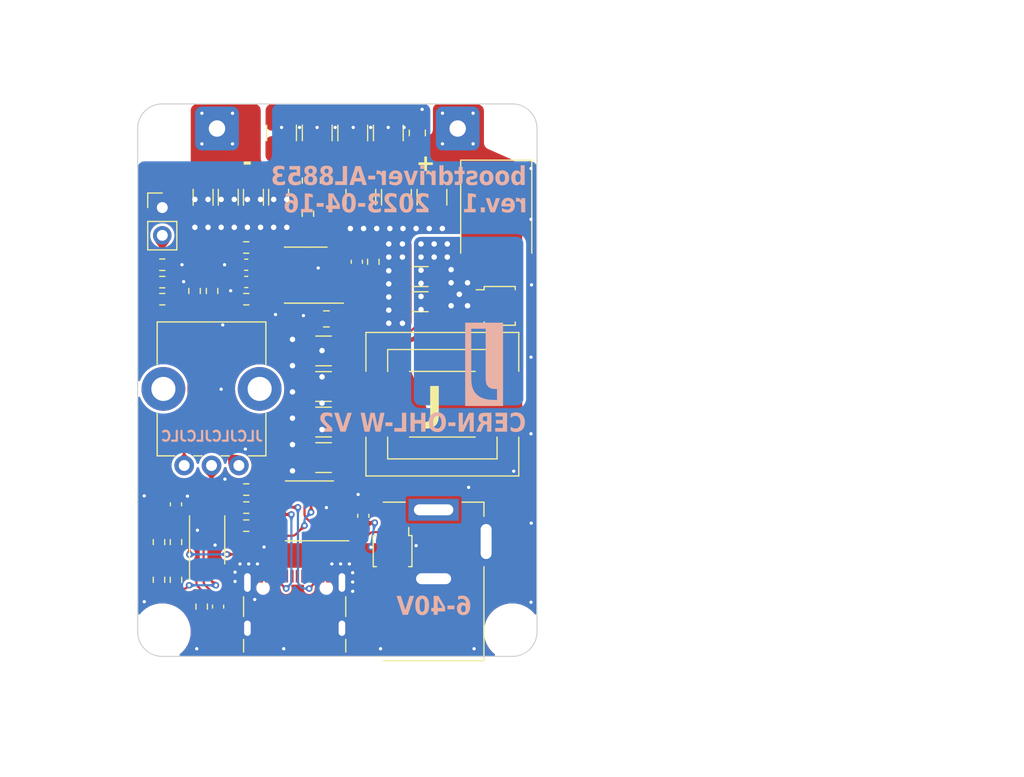
<source format=kicad_pcb>
(kicad_pcb (version 20221018) (generator pcbnew)
  (title_block (title "boostdriver-al8853") (rev "1"))
  (layers (0 "F.Cu" signal) (31 "B.Cu" signal) (34 "B.Paste" user) (35 "F.Paste" user) (36 "B.SilkS" user "B.Silkscreen") (37 "F.SilkS" user "F.Silkscreen") (38 "B.Mask" user) (39 "F.Mask" user) (44 "Edge.Cuts" user))
  (net 0 "")
  (net 1 "/VIN_DRV")
  (net 2 "GND")
  (net 3 "/LED+")
  (net 4 "Net-(U101-CS)")
  (net 5 "Net-(U101-COMP)")
  (net 6 "/LX")
  (net 7 "/LED-")
  (net 8 "/OVP")
  (net 9 "/PWM_IN")
  (net 10 "/CS")
  (net 11 "Net-(U301A--)")
  (net 12 "Net-(J202-CC1)")
  (net 16 "Net-(J202-CC2)")
  (net 20 "Net-(R101-Pad1)")
  (net 21 "Net-(U201-SEL)")
  (net 22 "Net-(U301A-+)")
  (net 23 "Net-(R303-Pad2)")
  (net 24 "Net-(R306-Pad2)")
  (net 25 "/GATE")
  (net 26 "/FB")
  (net 27 "Net-(R307-Pad1)")
  (net 28 "Net-(U301B-+)")
  (net 29 "Net-(Q201-D)")
  (net 39 "Net-(Q201-G)")
  (net 40 "/pwm_generator/PWM")
  (footprint "Resistor_SMD:R_1206_3216Metric" (layer "F.Cu") (at 146.630001 70.28 -90)
    (fp_text reference "R107" hide)
    (fp_text value "0.3")
  )
  (footprint "Capacitor_SMD:C_0603_1608Metric" (layer "F.Cu") (at 137.25 98.35 90)
    (fp_text reference "C301" hide)
    (fp_text value "100n")
  )
  (footprint "Resistor_SMD:R_0603_1608Metric" (layer "F.Cu") (at 136 79.6 180)
    (fp_text reference "R115" hide)
    (fp_text value "0")
  )
  (footprint "Custom:MountingHole_2.2mm_M2_Mask" (layer "F.Cu") (at 168 110)
    (fp_text reference "H104" hide)
    (fp_text value "MountingHole")
  )
  (footprint "Package_TO_SOT_SMD:LFPAK33" (layer "F.Cu") (at 166.64 80.21)
    (fp_text reference "Q101" hide)
    (fp_text value "DMT10H015LFG-7")
  )
  (footprint "Resistor_SMD:R_1206_3216Metric" (layer "F.Cu") (at 139.730001 70.28 -90)
    (fp_text reference "R104" hide)
    (fp_text value "0.3")
  )
  (footprint "Resistor_SMD:R_0603_1608Metric" (layer "F.Cu") (at 143.675 100.3 180)
    (fp_text reference "R202" hide)
    (fp_text value "5.1k")
  )
  (footprint "Resistor_SMD:R_0603_1608Metric" (layer "F.Cu") (at 135.7 101.8 -90)
    (fp_text reference "R301" hide)
    (fp_text value "31.6k")
  )
  (footprint "Resistor_SMD:R_0603_1608Metric" (layer "F.Cu") (at 140.55 78.85 -90)
    (fp_text reference "R306" hide)
    (fp_text value "31.6k")
  )
  (footprint "Resistor_SMD:R_1206_3216Metric" (layer "F.Cu") (at 159.570001 79.830002 180)
    (fp_text reference "R111" hide)
    (fp_text value "0.02")
  )
  (footprint "Diode_SMD:D_SMC" (layer "F.Cu") (at 166.525 71.8 -90)
    (fp_text reference "D101" hide)
    (fp_text value "SS310")
  )
  (footprint "Resistor_SMD:R_1206_3216Metric" (layer "F.Cu") (at 142.030001 70.280001 -90)
    (fp_text reference "R106" hide)
    (fp_text value "0.3")
  )
  (footprint "Potentiometer_THT:Potentiometer_Bourns_PTV09A-1_Single_Vertical" (layer "F.Cu") (at 143 94.8 90)
    (fp_text reference "RV301" hide)
    (fp_text value "100k")
  )
  (footprint "Resistor_SMD:R_1206_3216Metric" (layer "F.Cu") (at 144.330001 70.280001 -90)
    (fp_text reference "R105" hide)
    (fp_text value "0.3")
  )
  (footprint "Resistor_SMD:R_0603_1608Metric" (layer "F.Cu") (at 143.675 79.6 180)
    (fp_text reference "R109" hide)
    (fp_text value "15k")
  )
  (footprint "Resistor_SMD:R_0603_1608Metric" (layer "F.Cu") (at 149.31 71.795 90)
    (fp_text reference "R102" hide)
    (fp_text value "0")
  )
  (footprint "Resistor_SMD:R_0603_1608Metric" (layer "F.Cu") (at 143.675 98.65 180)
    (fp_text reference "R201" hide)
    (fp_text value "5.1k")
  )
  (footprint "Resistor_SMD:R_0603_1608Metric" (layer "F.Cu") (at 155.29 76.18 90)
    (fp_text reference "R112" hide)
    (fp_text value "0")
  )
  (footprint "Resistor_SMD:R_0603_1608Metric" (layer "F.Cu") (at 136 76.45)
    (fp_text reference "R114" hide)
    (fp_text value "15k")
  )
  (footprint "Capacitor_SMD:C_0603_1608Metric" (layer "F.Cu") (at 154.375 99.4 -90)
    (fp_text reference "C201" hide)
    (fp_text value "1u")
  )
  (footprint "Capacitor_SMD:C_1210_3225Metric" (layer "F.Cu") (at 150.74 94.08 180)
    (fp_text reference "C111" hide)
    (fp_text value "10u")
  )
  (footprint "Capacitor_SMD:C_1210_3225Metric" (layer "F.Cu") (at 156.659999 64.405001 90)
    (fp_text reference "C104" hide)
    (fp_text value "4.7u")
  )
  (footprint "Connector_BarrelJack:BarrelJack_GCT_DCJ200-10-A_Horizontal" (layer "F.Cu") (at 160.8 98.85)
    (fp_text reference "J201" hide)
    (fp_text value "RAPC732X")
  )
  (footprint "Resistor_SMD:R_0603_1608Metric" (layer "F.Cu") (at 139.6 107.7 90)
    (fp_text reference "R304" hide)
    (fp_text value "24.9k")
  )
  (footprint "Custom:L_12mm_multi" (layer "F.Cu") (at 161.6 89.2 180)
    (fp_text reference "L101" hide)
    (fp_text value "22u")
  )
  (footprint "Resistor_SMD:R_0603_1608Metric" (layer "F.Cu") (at 137.25 105.25 90)
    (fp_text reference "R303" hide)
    (fp_text value "24.9k")
  )
  (footprint "Resistor_SMD:R_0603_1608Metric" (layer "F.Cu") (at 135.7 105.25 -90)
    (fp_text reference "R302" hide)
    (fp_text value "31.6k")
  )
  (footprint "Capacitor_SMD:C_0603_1608Metric" (layer "F.Cu") (at 153.78 76.18 90)
    (fp_text reference "C113" hide)
    (fp_text value "-")
  )
  (footprint "Capacitor_SMD:C_1210_3225Metric" (layer "F.Cu") (at 153.409999 64.405001 90)
    (fp_text reference "C103" hide)
    (fp_text value "4.7u")
  )
  (footprint "Capacitor_SMD:C_0603_1608Metric" (layer "F.Cu") (at 143.675 76.45)
    (fp_text reference "C115" hide)
    (fp_text value "0.1u")
  )
  (footprint "Connector_USB:USB_C_Receptacle_GCT_USB4105-xx-A_16P_TopMnt_Horizontal" (layer "F.Cu") (at 148.1 108.6)
    (fp_text reference "J202" hide)
    (fp_text value "USB_C_Receptacle_USB2.0")
  )
  (footprint "Resistor_SMD:R_1206_3216Metric" (layer "F.Cu") (at 159.57 77.530003 180)
    (fp_text reference "R110" hide)
    (fp_text value "-")
  )
  (footprint "Resistor_SMD:R_0603_1608Metric" (layer "F.Cu") (at 137.25 101.8 -90)
    (fp_text reference "R305" hide)
    (fp_text value "2.49k")
  )
  (footprint "Capacitor_SMD:C_0805_2012Metric" (layer "F.Cu") (at 151 81.4 180)
    (fp_text reference "C114" hide)
    (fp_text value "1u")
  )
  (footprint "Package_TO_SOT_SMD:LFPAK33" (layer "F.Cu") (at 157.05 102.425 -90)
    (fp_text reference "Q201" hide)
    (fp_text value "DMT10H015LFG-7")
  )
  (footprint "Resistor_SMD:R_0603_1608Metric" (layer "F.Cu") (at 149.32 68.755 90)
    (fp_text reference "R101" hide)
    (fp_text value "0")
  )
  (footprint "Package_SO:TSSOP-8_4.4x3mm_P0.65mm" (layer "F.Cu") (at 140.1 101.6 90)
    (fp_text reference "U301" hide)
    (fp_text value "LM393APWR")
  )
  (footprint "Resistor_SMD:R_0603_1608Metric" (layer "F.Cu") (at 138.95 78.85 90)
    (fp_text reference "R307" hide)
    (fp_text value "31.6k")
  )
  (footprint "Resistor_SMD:R_0603_1608Metric" (layer "F.Cu") (at 150.98 68.755 -90)
    (fp_text reference "R108" hide)
    (fp_text value "475k")
  )
  (footprint "Custom:SolderWire-4x4" (layer "F.Cu") (at 141 64)
    (fp_text reference "J102" hide)
    (fp_text value "Conn_01x01_Pin")
  )
  (footprint "Package_SO:TSSOP-16_4.4x5mm_P0.65mm" (layer "F.Cu") (at 149.45 98.95 180)
    (fp_text reference "U201" hide)
    (fp_text value "IP2721")
  )
  (footprint "Capacitor_SMD:C_0805_2012Metric" (layer "F.Cu") (at 159.309999 64.405001 90)
    (fp_text reference "C112" hide)
    (fp_text value "0.1u")
  )
  (footprint "Package_SO:SO-8_3.9x4.9mm_P1.27mm" (layer "F.Cu") (at 149.11 77.4 180)
    (fp_text reference "U101" hide)
    (fp_text value "AL8853")
  )
  (footprint "Capacitor_SMD:C_0603_1608Metric" (layer "F.Cu") (at 143.675 78.025)
    (fp_text reference "C116" hide)
    (fp_text value "-")
  )
  (footprint "Custom:MountingHole_2.2mm_M2_Mask" (layer "F.Cu") (at 136 110)
    (fp_text reference "H103" hide)
    (fp_text value "MountingHole")
  )
  (footprint "Capacitor_SMD:C_1210_3225Metric" (layer "F.Cu") (at 146.9 64.4 90)
    (fp_text reference "C101" hide)
    (fp_text value "4.7u")
  )
  (footprint "Capacitor_SMD:C_1210_3225Metric" (layer "F.Cu") (at 150.74 90.83 180)
    (fp_text reference "C105" hide)
    (fp_text value "10u")
  )
  (footprint "Capacitor_SMD:C_1210_3225Metric" (layer "F.Cu") (at 150.16 64.4 90)
    (fp_text reference "C102" hide)
    (fp_text value "4.7u")
  )
  (footprint "Custom:MountingHole_2.2mm_M2_Mask" (layer "F.Cu") (at 136 64)
    (fp_text reference "H101" hide)
    (fp_text value "MountingHole")
  )
  (footprint "Resistor_SMD:R_0603_1608Metric" (layer "F.Cu") (at 143.675 97)
    (fp_text reference "R203" hide)
    (fp_text value "100k")
  )
  (footprint "Connector_PinHeader_2.54mm:PinHeader_1x02_P2.54mm_Vertical" (layer "F.Cu") (at 136 71.225)
    (fp_text reference "J103" hide)
    (fp_text value "Conn_01x02")
  )
  (footprint "Custom:MountingHole_2.2mm_M2_Mask" (layer "F.Cu") (at 168 64)
    (fp_text reference "H102" hide)
    (fp_text value "MountingHole")
  )
  (footprint "Capacitor_SMD:C_1210_3225Metric" (layer "F.Cu") (at 160.649999 70.280001 -90)
    (fp_text reference "C108" hide)
    (fp_text value "4.7u")
  )
  (footprint "Resistor_SMD:R_0603_1608Metric" (layer "F.Cu") (at 143.67 74.875)
    (fp_text reference "R103" hide)
    (fp_text value "0")
  )
  (footprint "Capacitor_SMD:C_0603_1608Metric" (layer "F.Cu") (at 141.1 107.7 -90)
    (fp_text reference "C302" hide)
    (fp_text value "1n")
  )
  (footprint "Capacitor_SMD:C_1210_3225Metric" (layer "F.Cu") (at 150.74 87.58 180)
    (fp_text reference "C107" hide)
    (fp_text value "10u")
  )
  (footprint "Capacitor_SMD:C_1210_3225Metric" (layer "F.Cu") (at 154.149999 70.28 -90)
    (fp_text reference "C110" hide)
    (fp_text value "4.7u")
  )
  (footprint "Custom:SolderWire-4x4" (layer "F.Cu") (at 163 64)
    (fp_text reference "J101" hide)
    (fp_text value "Conn_01x01_Pin")
  )
  (footprint "Capacitor_SMD:C_1210_3225Metric" (layer "F.Cu") (at 150.74 84.33 180)
    (fp_text reference "C109" hide)
    (fp_text value "10u")
  )
  (footprint "Capacitor_SMD:C_1210_3225Metric" (layer "F.Cu") (at 157.4 70.28 -90)
    (fp_text reference "C106" hide)
    (fp_text value "4.7u")
  )
  (footprint "Resistor_SMD:R_0603_1608Metric" (layer "F.Cu") (at 136 78.04 180)
    (fp_text reference "R113" hide)
    (fp_text value "100k")
  )
  (gr_arc (start 133.75 64) (mid 134.40901 62.40901) (end 136 61.75) (stroke (width 0.1)) (layer "Edge.Cuts"))
  (gr_line (start 170.25 110) (end 170.25 64) (stroke (width 0.1)) (layer "Edge.Cuts"))
  (gr_arc (start 168 61.75) (mid 169.59099 62.40901) (end 170.25 64) (stroke (width 0.1)) (layer "Edge.Cuts"))
  (gr_line (start 168 112.25) (end 136 112.25) (stroke (width 0.1)) (layer "Edge.Cuts"))
  (gr_arc (start 170.25 110) (mid 169.59099 111.59099) (end 168 112.25) (stroke (width 0.1)) (layer "Edge.Cuts"))
  (gr_line (start 168 61.75) (end 136 61.75) (stroke (width 0.1)) (layer "Edge.Cuts"))
  (gr_arc (start 136 112.25) (mid 134.40901 111.59099) (end 133.75 110) (stroke (width 0.1)) (layer "Edge.Cuts"))
  (gr_line (start 133.75 110) (end 133.75 64) (stroke (width 0.1)) (layer "Edge.Cuts"))
  (gr_text "rev.1" (at 169.35 71.95) (layer "B.SilkS") (effects (font (size 1.7 1.5) (thickness 0.3) bold) (justify left bottom mirror)))
  (gr_text "2023-04-16" (at 160.5 71.95) (layer "B.SilkS") (effects (font (size 1.7 1.5) (thickness 0.3) bold) (justify left bottom mirror)))
  (gr_text "CERN-OHL-W V2" (at 169.25 92) (layer "B.SilkS") (effects (font (size 1.7 1.5) (thickness 0.3) bold) (justify left bottom mirror)))
  (gr_text "6-40V" (at 160.84 108.74) (layer "B.SilkS") (effects (font (size 1.7 1.5) (thickness 0.3) bold) (justify bottom mirror)))
  (gr_text "J" (at 166.2 88.25) (layer "B.SilkS" knockout) (effects (font (size 5 5) (thickness 0.3) bold italic) (justify left bottom mirror)))
  (gr_text "boostdriver-AL8853" (at 169.3 69.45) (layer "B.SilkS") (effects (font (size 1.7 1.5) (thickness 0.3) bold) (justify left bottom mirror)))
  (gr_text "JLCJLCJLCJLC" (at 145.3 92.65) (layer "B.SilkS") (effects (font (size 0.9 0.9) (thickness 0.2) bold) (justify left bottom mirror)))
  (gr_text "-" (at 144.2 66.3 -180) (layer "F.SilkS") (effects (font (size 1.5 1.5) (thickness 0.3) bold) (justify left bottom)))
  (gr_text "J" (at 160.1 91.1) (layer "F.SilkS") (effects (font (size 3 3) (thickness 0.3) bold italic) (justify left bottom)))
  (gr_text "+" (at 160.95 66.3 -180) (layer "F.SilkS") (effects (font (size 1.5 1.5) (thickness 0.3) bold) (justify left bottom)))
  (segment (start 139.125 97.682107) (end 139.125 98.7375) (width 0.2) (layer "F.Cu") (net 1))
  (segment (start 145.457107 101.225) (end 146.5875 101.225) (width 0.2) (layer "F.Cu") (net 1))
  (segment (start 136.825 78.0375) (end 137.536054 77.326446) (width 0.2) (layer "F.Cu") (net 1))
  (segment (start 138.475 102.95) (end 138.475 100.557107) (width 0.2) (layer "F.Cu") (net 1))
  (segment (start 143.696447 102.778553) (end 145.103554 101.371446) (width 0.2) (layer "F.Cu") (net 1))
  (segment (start 138.271447 98.978553) (end 138.353554 98.896446) (width 0.2) (layer "F.Cu") (net 1))
  (segment (start 152.215 84.33) (end 152.215 81.79) (width 0.4) (layer "F.Cu") (net 1))
  (segment (start 138.707107 98.75) (end 139.1125 98.75) (width 0.2) (layer "F.Cu") (net 1))
  (segment (start 136 79.072107) (end 136 79.862893) (width 0.2) (layer "F.Cu") (net 1))
  (segment (start 137.291422 96.7) (end 138.142893 96.7) (width 0.2) (layer "F.Cu") (net 1))
  (segment (start 138.496447 96.846447) (end 138.978554 97.328554) (width 0.2) (layer "F.Cu") (net 1))
  (segment (start 137.889607 77.18) (end 139.547893 77.18) (width 0.2) (layer "F.Cu") (net 1))
  (segment (start 138.328553 100.203553) (end 137.25 99.125) (width 0.2) (layer "F.Cu") (net 1))
  (segment (start 139.901447 77.326447) (end 140.55 77.975) (width 0.2) (layer "F.Cu") (net 1))
  (segment (start 151.69 79.31) (end 151.685 79.305) (width 0.4) (layer "F.Cu") (net 1))
  (segment (start 136.196447 95.812132) (end 136.937869 96.553554) (width 0.2) (layer "F.Cu") (net 1))
  (segment (start 152.215 94.835) (end 152.215 94.08) (width 0.2) (layer "F.Cu") (net 1))
  (segment (start 136.146447 80.216447) (end 138.253554 82.323554) (width 0.2) (layer "F.Cu") (net 1))
  (segment (start 149.6 99.0745) (end 149.6 97.657107) (width 0.2) (layer "F.Cu") (net 1))
  (segment (start 148.999 100.296822) (end 148.217268 101.078554) (width 0.2) (layer "F.Cu") (net 1))
  (segment (start 152.215 81.79) (end 151.705 81.28) (width 0.4) (layer "F.Cu") (net 1))
  (segment (start 138.4 82.677107) (end 138.4 90.772893) (width 0.2) (layer "F.Cu") (net 1))
  (segment (start 136.825 78.04) (end 136.146446 78.718554) (width 0.2) (layer "F.Cu") (net 1))
  (segment (start 135.7 100.975) (end 137.25 100.975) (width 0.2) (layer "F.Cu") (net 1))
  (segment (start 140.55 77.975) (end 140.55 78.025) (width 0.2) (layer "F.Cu") (net 1))
  (segment (start 151.69 81.265) (end 151.69 79.31) (width 0.4) (layer "F.Cu") (net 1))
  (segment (start 137.25 99.125) (end 137.25 100.975) (width 0.2) (layer "F.Cu") (net 1))
  (segment (start 141.9 102.925) (end 143.342893 102.925) (width 0.2) (layer "F.Cu") (net 1))
  (segment (start 151.705 81.28) (end 151.69 81.265) (width 0.4) (layer "F.Cu") (net 1))
  (segment (start 139.1125 98.75) (end 139.125 98.7375) (width 0.2) (layer "F.Cu") (net 1))
  (segment (start 147.863715 101.225) (end 146.5875 101.225) (width 0.2) (layer "F.Cu") (net 1))
  (segment (start 149.746447 97.303553) (end 152.215 94.835) (width 0.2) (layer "F.Cu") (net 1))
  (segment (start 138.253553 91.126447) (end 136.196446 93.183554) (width 0.2) (layer "F.Cu") (net 1))
  (segment (start 136.825 78.04) (end 136.825 78.0375) (width 0.2) (layer "F.Cu") (net 1))
  (segment (start 149.5995 99.075) (end 149.6 99.0745) (width 0.2) (layer "F.Cu") (net 1))
  (segment (start 137.25 99.125) (end 137.917893 99.125) (width 0.2) (layer "F.Cu") (net 1))
  (segment (start 136.05 93.537107) (end 136.05 95.458578) (width 0.2) (layer "F.Cu") (net 1))
  (via (at 148.999 100.296822) (size 0.6) (drill 0.3) (layers "F.Cu" "B.Cu") (net 1))
  (via (at 149.5995 99.075) (size 0.6) (drill 0.3) (layers "F.Cu" "B.Cu") (net 1))
  (via (at 141.9 102.925) (size 0.6) (drill 0.3) (layers "F.Cu" "B.Cu") (net 1))
  (via (at 138.475 102.95) (size 0.6) (drill 0.3) (layers "F.Cu" "B.Cu") (net 1))
  (arc (start 136 79.072107) (mid 136.03806 78.880766) (end 136.146446 78.718554) (width 0.2) (layer "F.Cu") (net 1))
  (arc (start 138.271447 98.978553) (mid 138.109235 99.08694) (end 137.917893 99.125) (width 0.2) (layer "F.Cu") (net 1))
  (arc (start 138.4 82.677107) (mid 138.36194 82.485766) (end 138.253554 82.323554) (width 0.2) (layer "F.Cu") (net 1))
  (arc (start 145.457107 101.225) (mid 145.265766 101.26306) (end 145.103554 101.371446) (width 0.2) (layer "F.Cu") (net 1))
  (arc (start 138.4 90.772893) (mid 138.36194 90.964235) (end 138.253553 91.126447) (width 0.2) (layer "F.Cu") (net 1))
  (arc (start 136.05 93.537107) (mid 136.08806 93.345766) (end 136.196446 93.183554) (width 0.2) (layer "F.Cu") (net 1))
  (arc (start 139.901447 77.326447) (mid 139.739235 77.21806) (end 139.547893 77.18) (width 0.2) (layer "F.Cu") (net 1))
  (arc (start 138.353554 98.896446) (mid 138.515766 98.78806) (end 138.707107 98.75) (width 0.2) (layer "F.Cu") (net 1))
  (arc (start 136 79.862893) (mid 136.03806 80.054235) (end 136.146447 80.216447) (width 0.2) (layer "F.Cu") (net 1))
  (arc (start 148.217268 101.078554) (mid 148.055056 101.18694) (end 147.863715 101.225) (width 0.2) (layer "F.Cu") (net 1))
  (arc (start 138.328553 100.203553) (mid 138.43694 100.365765) (end 138.475 100.557107) (width 0.2) (layer "F.Cu") (net 1))
  (arc (start 137.536054 77.326446) (mid 137.698266 77.21806) (end 137.889607 77.18) (width 0.2) (layer "F.Cu") (net 1))
  (arc (start 136.05 95.458578) (mid 136.08806 95.64992) (end 136.196447 95.812132) (width 0.2) (layer "F.Cu") (net 1))
  (arc (start 139.125 97.682107) (mid 139.08694 97.490766) (end 138.978554 97.328554) (width 0.2) (layer "F.Cu") (net 1))
  (arc (start 143.342893 102.925) (mid 143.534235 102.88694) (end 143.696447 102.778553) (width 0.2) (layer "F.Cu") (net 1))
  (arc (start 149.746447 97.303553) (mid 149.63806 97.465765) (end 149.6 97.657107) (width 0.2) (layer "F.Cu") (net 1))
  (arc (start 137.291422 96.7) (mid 137.100081 96.66194) (end 136.937869 96.553554) (width 0.2) (layer "F.Cu") (net 1))
  (arc (start 138.142893 96.7) (mid 138.334235 96.73806) (end 138.496447 96.846447) (width 0.2) (layer "F.Cu") (net 1))
  (segment (start 149.145447 99.529553) (end 149.5995 99.0755) (width 0.2) (layer "B.Cu") (net 1))
  (segment (start 141.9 102.925) (end 138.5 102.925) (width 0.2) (layer "B.Cu") (net 1))
  (segment (start 149.5995 99.0755) (end 149.5995 99.075) (width 0.2) (layer "B.Cu") (net 1))
  (segment (start 148.999 100.296822) (end 148.999 99.883107) (width 0.2) (layer "B.Cu") (net 1))
  (segment (start 138.5 102.925) (end 138.475 102.95) (width 0.2) (layer "B.Cu") (net 1))
  (arc (start 148.999 99.883107) (mid 149.03706 99.691765) (end 149.145447 99.529553) (width 0.2) (layer "B.Cu") (net 1))
  (segment (start 151.685 76.765) (end 153.59 76.765) (width 0.2) (layer "F.Cu") (net 2))
  (segment (start 153.59 76.765) (end 153.78 76.955) (width 0.2) (layer "F.Cu") (net 2))
  (via (at 156.7 74.55) (size 1) (drill 0.5) (layers "F.Cu" "B.Cu") (net 2))
  (via (at 160.399999 73.14) (size 1) (drill 0.5) (layers "F.Cu" "B.Cu") (net 2))
  (via (at 156.7 78.2) (size 1) (drill 0.5) (layers "F.Cu" "B.Cu") (net 2))
  (via (at 156.7 80.6) (size 1) (drill 0.5) (layers "F.Cu" "B.Cu") (net 2))
  (via (at 147.9 88.074999) (size 1) (drill 0.5) (layers "F.Cu" "B.Cu") (net 2))
  (via (at 134.35 97.575) (size 0.6) (drill 0.3) (layers "F.Cu" "B.Cu") (net 2))
  (via (at 139.15 111.55) (size 0.6) (drill 0.3) (layers "F.Cu" "B.Cu") (net 2))
  (via (at 156.65 63.9) (size 0.6) (drill 0.3) (layers "F.Cu" "B.Cu") (net 2))
  (via (at 168.12 95.32) (size 0.6) (drill 0.3) (layers "F.Cu" "B.Cu") (net 2))
  (via (at 140.18 70.48) (size 1) (drill 0.5) (layers "F.Cu" "B.Cu") (net 2))
  (via (at 151.5 103.8) (size 0.6) (drill 0.3) (layers "F.Cu" "B.Cu") (net 2))
  (via (at 146.179999 73.03) (size 1) (drill 0.5) (layers "F.Cu" "B.Cu") (net 2))
  (via (at 148.55 63.9) (size 0.6) (drill 0.3) (layers "F.Cu" "B.Cu") (net 2))
  (via (at 139.21 100.72) (size 0.6) (drill 0.3) (layers "F.Cu" "B.Cu") (net 2))
  (via (at 169.7 84.9) (size 0.6) (drill 0.3) (layers "F.Cu" "B.Cu") (net 2))
  (via (at 134.35 107.25) (size 0.6) (drill 0.3) (layers "F.Cu" "B.Cu") (net 2))
  (via (at 138.3 97.6) (size 0.6) (drill 0.3) (layers "F.Cu" "B.Cu") (net 2))
  (via (at 157.999998 73.14) (size 1) (drill 0.5) (layers "F.Cu" "B.Cu") (net 2))
  (via (at 143.780001 73.03) (size 1) (drill 0.5) (layers "F.Cu" "B.Cu") (net 2))
  (via (at 147.9 92.889998) (size 1) (drill 0.5) (layers "F.Cu" "B.Cu") (net 2))
  (via (at 141.725 96.05) (size 0.6) (drill 0.3) (layers "F.Cu" "B.Cu") (net 2))
  (via (at 158.1 63.9) (size 0.6) (drill 0.3) (layers "F.Cu" "B.Cu") (net 2))
  (via (at 156.7 75.749997) (size 1) (drill 0.5) (layers "F.Cu" "B.Cu") (net 2))
  (via (at 157.95 74.55) (size 1) (drill 0.5) (layers "F.Cu" "B.Cu") (net 2))
  (via (at 159.2 102.125) (size 0.6) (drill 0.3) (layers "F.Cu" "B.Cu") (net 2))
  (via (at 141.69 76.45) (size 0.6) (drill 0.3) (layers "F.Cu" "B.Cu") (net 2))
  (via (at 150.6 86.699998) (size 1) (drill 0.5) (layers "F.Cu" "B.Cu") (net 2))
  (via (at 150.15 63.9) (size 0.6) (drill 0.3) (layers "F.Cu" "B.Cu") (net 2))
  (via (at 155.95 111.55) (size 0.6) (drill 0.3) (layers "F.Cu" "B.Cu") (net 2))
  (via (at 141.38 87.83) (size 0.6) (drill 0.3) (layers "F.Cu" "B.Cu") (net 2))
  (via (at 142.65 104.55) (size 0.6) (drill 0.3) (layers "F.Cu" "B.Cu") (net 2))
  (via (at 141.525 81.95) (size 0.6) (drill 0.3) (layers "F.Cu" "B.Cu") (net 2))
  (via (at 155.05 63.9) (size 0.6) (drill 0.3) (layers "F.Cu" "B.Cu") (net 2))
  (via (at 153.45 63.9) (size 0.6) (drill 0.3) (layers "F.Cu" "B.Cu") (net 2))
  (via (at 156.7 81.8) (size 1) (drill 0.5) (layers "F.Cu" "B.Cu") (net 2))
  (via (at 142.25 78.825) (size 0.6) (drill 0.3) (layers "F.Cu" "B.Cu") (net 2))
  (via (at 137.8 76.45) (size 0.6) (drill 0.3) (layers "F.Cu" "B.Cu") (net 2))
  (via (at 151.8 63.9) (size 0.6) (drill 0.3) (layers "F.Cu" "B.Cu") (net 2))
  (via (at 147.1 111.55) (size 0.6) (drill 0.3) (layers "F.Cu" "B.Cu") (net 2))
  (via (at 141.380002 73.03) (size 1) (drill 0.5) (layers "F.Cu" "B.Cu") (net 2))
  (via (at 147.380001 70.48) (size 1) (drill 0.5) (layers "F.Cu" "B.Cu") (net 2))
  (via (at 159.199996 73.14) (size 1) (drill 0.5) (layers "F.Cu" "B.Cu") (net 2))
  (via (at 151 98.65) (size 0.6) (drill 0.3) (layers "F.Cu" "B.Cu") (net 2))
  (via (at 169.7 107.3) (size 0.6) (drill 0.3) (layers "F.Cu" "B.Cu") (net 2))
  (via (at 155.6 73.14) (size 1) (drill 0.5) (layers "F.Cu" "B.Cu") (net 2))
  (via (at 157.95 75.749997) (size 1) (drill 0.5) (layers "F.Cu" "B.Cu") (net 2))
  (via (at 157.95 81.8) (size 1) (drill 0.5) (layers "F.Cu" "B.Cu") (net 2))
  (via (at 147.9 90.475) (size 1) (drill 0.5) (layers "F.Cu" "B.Cu") (net 2))
  (via (at 144.45 107.05) (size 0.6) (drill 0.3) (layers "F.Cu" "B.Cu") (net 2))
  (via (at 147.9 83.275) (size 1) (drill 0.5) (layers "F.Cu" "B.Cu") (net 2))
  (via (at 169.72 100.07) (size 0.6) (drill 0.3) (layers "F.Cu" "B.Cu") (net 2))
  (via (at 152.3 103.8) (size 0.6) (drill 0.3) (layers "F.Cu" "B.Cu") (net 2))
  (via (at 142.580001 73.03) (size 1) (drill 0.5) (layers "F.Cu" "B.Cu") (net 2))
  (via (at 153.1 103.8) (size 0.6) (drill 0.3) (layers "F.Cu" "B.Cu") (net 2))
  (via (at 154.399997 73.14) (size 1) (drill 0.5) (layers "F.Cu" "B.Cu") (net 2))
  (via (at 137.95 78) (size 0.6) (drill 0.3) (layers "F.Cu" "B.Cu") (net 2))
  (via (at 161.599997 73.14) (size 1) (drill 0.5) (layers "F.Cu" "B.Cu") (net 2))
  (via (at 153.189997 73.14) (size 1) (drill 0.5) (layers "F.Cu" "B.Cu") (net 2))
  (via (at 169.7 67.65) (size 0.6) (drill 0.3) (layers "F.Cu" "B.Cu") (net 2))
  (via (at 145.3 102.25) (size 0.6) (drill 0.3) (layers "F.Cu" "B.Cu") (net 2))
  (via (at 153.4 105.45) (size 0.6) (drill 0.3) (layers "F.Cu" "B.Cu") (net 2))
  (via (at 138.980001 70.48) (size 1) (drill 0.5) (layers "F.Cu" "B.Cu") (net 2))
  (via (at 148.9 81.1) (size 0.6) (drill 0.3) (layers "F.Cu" "B.Cu") (net 2))
  (via (at 169.7 91.9) (size 0.6) (drill 0.3) (layers "F.Cu" "B.Cu") (net 2))
  (via (at 153.9 97.45) (size 0.6) (drill 0.3) (layers "F.Cu" "B.Cu") (net 2))
  (via (at 150.6 84.3) (size 1) (drill 0.5) (layers "F.Cu" "B.Cu") (net 2))
  (via (at 146.9 63.9) (size 0.6) (drill 0.3) (layers "F.Cu" "B.Cu") (net 2))
  (via (at 144.980001 73.03) (size 1) (drill 0.5) (layers "F.Cu" "B.Cu") (net 2))
  (via (at 169.7505 78.29) (size 0.6) (drill 0.3) (layers "F.Cu" "B.Cu") (net 2))
  (via (at 153.4 106.3) (size 0.6) (drill 0.3) (layers "F.Cu" "B.Cu") (net 2))
  (via (at 164 96.8) (size 0.6) (drill 0.3) (layers "F.Cu" "B.Cu") (net 2))
  (via (at 159.75 62.2495) (size 0.6) (drill 0.3) (layers "F.Cu" "B.Cu") (net 2))
  (via (at 156.799998 73.14) (size 1) (drill 0.5) (layers "F.Cu" "B.Cu") (net 2))
  (via (at 138.980001 73.03) (size 1) (drill 0.5) (layers "F.Cu" "B.Cu") (net 2))
  (via (at 144.7 103.8) (size 0.6) (drill 0.3) (layers "F.Cu" "B.Cu") (net 2))
  (via (at 147.9 95.289999) (size 1) (drill 0.5) (layers "F.Cu" "B.Cu") (net 2))
  (via (at 169.7 72.3) (size 0.6) (drill 0.3) (layers "F.Cu" "B.Cu") (net 2))
  (via (at 142.65 105.4) (size 0.6) (drill 0.3) (layers "F.Cu" "B.Cu") (net 2))
  (via (at 156.7 79.399997) (size 1) (drill 0.5) (layers "F.Cu" "B.Cu") (net 2))
  (via (at 150.6 89.099999) (size 1) (drill 0.5) (layers "F.Cu" "B.Cu") (net 2))
  (via (at 143.59 93.3) (size 0.6) (drill 0.3) (layers "F.Cu" "B.Cu") (net 2))
  (via (at 143.780001 70.48) (size 1) (drill 0.5) (layers "F.Cu" "B.Cu") (net 2))
  (via (at 150.25 76.75) (size 0.6) (drill 0.3) (layers "F.Cu" "B.Cu") (net 2))
  (via (at 140.825 102.075) (size 0.6) (drill 0.3) (layers "F.Cu" "B.Cu") (net 2))
  (via (at 156.7 77.000001) (size 1) (drill 0.5) (layers "F.Cu" "B.Cu") (net 2))
  (via (at 164.5 111.55) (size 0.6) (drill 0.3) (layers "F.Cu" "B.Cu") (net 2))
  (via (at 146.179999 70.48) (size 1) (drill 0.5) (layers "F.Cu" "B.Cu") (net 2))
  (via (at 141.380002 70.48) (size 1) (drill 0.5) (layers "F.Cu" "B.Cu") (net 2))
  (via (at 153.4 104.6) (size 0.6) (drill 0.3) (layers "F.Cu" "B.Cu") (net 2))
  (via (at 146.35 81) (size 0.6) (drill 0.3) (layers "F.Cu" "B.Cu") (net 2))
  (via (at 147.380001 73.03) (size 1) (drill 0.5) (layers "F.Cu" "B.Cu") (net 2))
  (via (at 142.580001 70.48) (size 1) (drill 0.5) (layers "F.Cu" "B.Cu") (net 2))
  (via (at 147.9 85.675001) (size 1) (drill 0.5) (layers "F.Cu" "B.Cu") (net 2))
  (via (at 150.6 91.514997) (size 1) (drill 0.5) (layers "F.Cu" "B.Cu") (net 2))
  (via (at 144.980001 70.48) (size 1) (drill 0.5) (layers "F.Cu" "B.Cu") (net 2))
  (via (at 143.9 103.8) (size 0.6) (drill 0.3) (layers "F.Cu" "B.Cu") (net 2))
  (via (at 140.18 73.03) (size 1) (drill 0.5) (layers "F.Cu" "B.Cu") (net 2))
  (via (at 143.1 103.8) (size 0.6) (drill 0.3) (layers "F.Cu" "B.Cu") (net 2))
  (segment (start 150.98 67.93) (end 150.98 66.98) (width 0.2) (layer "F.Cu") (net 3))
  (segment (start 150.98 66.98) (end 150.95 66.95) (width 0.2) (layer "F.Cu") (net 3))
  (segment (start 149.3 67.91) (end 149.3 66.95) (width 0.2) (layer "F.Cu") (net 3))
  (segment (start 149.32 67.93) (end 149.3 67.91) (width 0.2) (layer "F.Cu") (net 3))
  (via (at 161.61 65.4) (size 0.6) (drill 0.3) (layers "F.Cu" "B.Cu") (net 3))
  (via (at 164.41 65.4) (size 0.6) (drill 0.3) (layers "F.Cu" "B.Cu") (net 3))
  (via (at 161.61 62.6) (size 0.6) (drill 0.3) (layers "F.Cu" "B.Cu") (net 3))
  (via (at 164.41 62.6) (size 0.6) (drill 0.3) (layers "F.Cu" "B.Cu") (net 3))
  (segment (start 151.685 75.495) (end 153.69 75.495) (width 0.2) (layer "F.Cu") (net 4))
  (segment (start 155.24 75.405) (end 155.29 75.355) (width 0.2) (layer "F.Cu") (net 4))
  (segment (start 153.78 75.405) (end 155.24 75.405) (width 0.2) (layer "F.Cu") (net 4))
  (segment (start 153.69 75.495) (end 153.78 75.405) (width 0.2) (layer "F.Cu") (net 4))
  (segment (start 144.942893 76.45) (end 144.45 76.45) (width 0.2) (layer "F.Cu") (net 5))
  (segment (start 146.535 76.765) (end 145.577301 76.765) (width 0.2) (layer "F.Cu") (net 5))
  (segment (start 145.318553 76.618553) (end 145.385593 76.685592) (width 0.2) (layer "F.Cu") (net 5))
  (segment (start 145.318553 76.618553) (end 145.296446 76.596446) (width 0.2) (layer "F.Cu") (net 5))
  (arc (start 145.577301 76.765) (mid 145.473549 76.744363) (end 145.385593 76.685592) (width 0.2) (layer "F.Cu") (net 5))
  (arc (start 144.942893 76.45) (mid 145.134234 76.48806) (end 145.296446 76.596446) (width 0.2) (layer "F.Cu") (net 5))
  (segment (start 137.9 73.542893) (end 137.9 69.407107) (width 0.2) (layer "F.Cu") (net 7))
  (segment (start 138.878553 74.728553) (end 138.046446 73.896446) (width 0.2) (layer "F.Cu") (net 7))
  (segment (start 138.489607 68.8175) (end 139.730001 68.8175) (width 0.2) (layer "F.Cu") (net 7))
  (segment (start 138.046447 69.053553) (end 138.136054 68.963946) (width 0.2) (layer "F.Cu") (net 7))
  (segment (start 142.845 74.875) (end 139.232107 74.875) (width 0.2) (layer "F.Cu") (net 7))
  (via (at 139.62 65.405) (size 0.6) (drill 0.3) (layers "F.Cu" "B.Cu") (net 7))
  (via (at 142.42 65.405) (size 0.6) (drill 0.3) (layers "F.Cu" "B.Cu") (net 7))
  (via (at 139.62 62.605) (size 0.6) (drill 0.3) (layers "F.Cu" "B.Cu") (net 7))
  (via (at 142.42 62.605) (size 0.6) (drill 0.3) (layers "F.Cu" "B.Cu") (net 7))
  (arc (start 137.9 69.407107) (mid 137.93806 69.215765) (end 138.046447 69.053553) (width 0.2) (layer "F.Cu") (net 7))
  (arc (start 137.9 73.542893) (mid 137.93806 73.734234) (end 138.046446 73.896446) (width 0.2) (layer "F.Cu") (net 7))
  (arc (start 139.232107 74.875) (mid 139.040765 74.83694) (end 138.878553 74.728553) (width 0.2) (layer "F.Cu") (net 7))
  (arc (start 138.136054 68.963946) (mid 138.298266 68.85556) (end 138.489607 68.8175) (width 0.2) (layer "F.Cu") (net 7))
  (segment (start 148.346447 75.703553) (end 150.833554 73.216446) (width 0.2) (layer "F.Cu") (net 8))
  (segment (start 148.2 77.292893) (end 148.2 76.057107) (width 0.2) (layer "F.Cu") (net 8))
  (segment (start 146.535 78.035) (end 147.457893 78.035) (width 0.2) (layer "F.Cu") (net 8))
  (segment (start 144.45 79.55) (end 144.5 79.6) (width 0.2) (layer "F.Cu") (net 8))
  (segment (start 144.46 78.035) (end 144.45 78.025) (width 0.2) (layer "F.Cu") (net 8))
  (segment (start 150.98 72.862893) (end 150.98 69.58) (width 0.2) (layer "F.Cu") (net 8))
  (segment (start 147.811447 77.888553) (end 148.053554 77.646446) (width 0.2) (layer "F.Cu") (net 8))
  (segment (start 146.535 78.035) (end 144.46 78.035) (width 0.2) (layer "F.Cu") (net 8))
  (segment (start 144.45 78.025) (end 144.45 79.55) (width 0.2) (layer "F.Cu") (net 8))
  (arc (start 148.053554 77.646446) (mid 148.16194 77.484234) (end 148.2 77.292893) (width 0.2) (layer "F.Cu") (net 8))
  (arc (start 147.811447 77.888553) (mid 147.649235 77.99694) (end 147.457893 78.035) (width 0.2) (layer "F.Cu") (net 8))
  (arc (start 150.98 72.862893) (mid 150.94194 73.054234) (end 150.833554 73.216446) (width 0.2) (layer "F.Cu") (net 8))
  (arc (start 148.346447 75.703553) (mid 148.23806 75.865765) (end 148.2 76.057107) (width 0.2) (layer "F.Cu") (net 8))
  (segment (start 141.54 79.572893) (end 141.54 77.707107) (width 0.2) (layer "F.Cu") (net 9))
  (segment (start 135.175 79.6) (end 135.175 78.04) (width 0.2) (layer "F.Cu") (net 9))
  (segment (start 146.388553 79.941447) (end 145.936446 80.393554) (width 0.2) (layer "F.Cu") (net 9))
  (segment (start 141.393553 77.353553) (end 139.786446 75.746446) (width 0.2) (layer "F.Cu") (net 9))
  (segment (start 136.025 75.6) (end 136 75.575) (width 0.2) (layer "F.Cu") (net 9))
  (segment (start 135.175 78.04) (end 135.175 76.45) (width 0.2) (layer "F.Cu") (net 9))
  (segment (start 145.582893 80.54) (end 142.507107 80.54) (width 0.2) (layer "F.Cu") (net 9))
  (segment (start 136 75.575) (end 136 73.765) (width 0.2) (layer "F.Cu") (net 9))
  (segment (start 136.025 75.6) (end 135.175 76.45) (width 0.2) (layer "F.Cu") (net 9))
  (segment (start 146.535 79.305) (end 146.535 79.587893) (width 0.2) (layer "F.Cu") (net 9))
  (segment (start 142.153553 80.393553) (end 141.686446 79.926446) (width 0.2) (layer "F.Cu") (net 9))
  (segment (start 139.432893 75.6) (end 136.025 75.6) (width 0.2) (layer "F.Cu") (net 9))
  (arc (start 145.936446 80.393554) (mid 145.774234 80.50194) (end 145.582893 80.54) (width 0.2) (layer "F.Cu") (net 9))
  (arc (start 141.686446 79.926446) (mid 141.57806 79.764234) (end 141.54 79.572893) (width 0.2) (layer "F.Cu") (net 9))
  (arc (start 141.54 77.707107) (mid 141.50194 77.515765) (end 141.393553 77.353553) (width 0.2) (layer "F.Cu") (net 9))
  (arc (start 139.432893 75.6) (mid 139.624234 75.63806) (end 139.786446 75.746446) (width 0.2) (layer "F.Cu") (net 9))
  (arc (start 142.153553 80.393553) (mid 142.315765 80.50194) (end 142.507107 80.54) (width 0.2) (layer "F.Cu") (net 9))
  (arc (start 146.388553 79.941447) (mid 146.49694 79.779235) (end 146.535 79.587893) (width 0.2) (layer "F.Cu") (net 9))
  (segment (start 156.714215 82.65) (end 158.185786 82.65) (width 0.2) (layer "F.Cu") (net 10))
  (segment (start 155.3 77.015) (end 155.3 81.23579) (width 0.2) (layer "F.Cu") (net 10))
  (segment (start 159.65 81.185786) (end 159.65 80.55) (width 0.2) (layer "F.Cu") (net 10))
  (segment (start 158.892893 82.357107) (end 159.357107 81.892893) (width 0.2) (layer "F.Cu") (net 10))
  (segment (start 156.007113 82.357111) (end 155.592898 81.942902) (width 0.2) (layer "F.Cu") (net 10))
  (segment (start 155.29 77.005) (end 155.3 77.015) (width 0.2) (layer "F.Cu") (net 10))
  (via (at 160.85 74.55) (size 1) (drill 0.5) (layers "F.Cu" "B.Cu") (net 10))
  (via (at 159.65 80.55) (size 1) (drill 0.5) (layers "F.Cu" "B.Cu") (net 10))
  (via (at 163.9 80.2) (size 1) (drill 0.5) (layers "F.Cu" "B.Cu") (net 10))
  (via (at 163.9 78.1) (size 1) (drill 0.5) (layers "F.Cu" "B.Cu") (net 10))
  (via (at 160.85 75.75) (size 1) (drill 0.5) (layers "F.Cu" "B.Cu") (net 10))
  (via (at 162.05 75.75) (size 1) (drill 0.5) (layers "F.Cu" "B.Cu") (net 10))
  (via (at 159.65 79.35) (size 1) (drill 0.5) (layers "F.Cu" "B.Cu") (net 10))
  (via (at 162.05 74.55) (size 1) (drill 0.5) (layers "F.Cu" "B.Cu") (net 10))
  (via (at 162.4 76.9) (size 1) (drill 0.5) (layers "F.Cu" "B.Cu") (net 10))
  (via (at 159.65 74.55) (size 1) (drill 0.5) (layers "F.Cu" "B.Cu") (net 10))
  (via (at 159.65 76.95) (size 1) (drill 0.5) (layers "F.Cu" "B.Cu") (net 10))
  (via (at 162.4 78.1) (size 1) (drill 0.5) (layers "F.Cu" "B.Cu") (net 10))
  (via (at 159.65 78.15) (size 1) (drill 0.5) (layers "F.Cu" "B.Cu") (net 10))
  (via (at 162.4 80.2) (size 1) (drill 0.5) (layers "F.Cu" "B.Cu") (net 10))
  (via (at 159.65 75.75) (size 1) (drill 0.5) (layers "F.Cu" "B.Cu") (net 10))
  (via (at 163.15 79.15) (size 1) (drill 0.5) (layers "F.Cu" "B.Cu") (net 10))
  (arc (start 159.65 81.185786) (mid 159.57388 81.568469) (end 159.357107 81.892893) (width 0.2) (layer "F.Cu") (net 10))
  (arc (start 158.185786 82.65) (mid 158.568469 82.57388) (end 158.892893 82.357107) (width 0.2) (layer "F.Cu") (net 10))
  (arc (start 156.714215 82.65) (mid 156.331535 82.573881) (end 156.007113 82.357111) (width 0.2) (layer "F.Cu") (net 10))
  (arc (start 155.3 81.23579) (mid 155.376122 81.618477) (end 155.592898 81.942902) (width 0.2) (layer "F.Cu") (net 10))
  (segment (start 141.1 106.925) (end 139.921446 105.746446) (width 0.2) (layer "F.Cu") (net 11))
  (segment (start 139.775 104.4125) (end 139.775 101.857107) (width 0.2) (layer "F.Cu") (net 11))
  (segment (start 141.1 106.925) (end 141.1 107.024998) (width 0.2) (layer "F.Cu") (net 11))
  (segment (start 139.775 105.392893) (end 139.775 104.4125) (width 0.2) (layer "F.Cu") (net 11))
  (segment (start 141.1 107.024998) (end 139.599998 108.525) (width 0.2) (layer "F.Cu") (net 11))
  (segment (start 140.425 100.792893) (end 140.425 98.6875) (width 0.2) (layer "F.Cu") (net 11))
  (segment (start 139.921447 101.503553) (end 140.278554 101.146446) (width 0.2) (layer "F.Cu") (net 11))
  (arc (start 140.425 100.792893) (mid 140.38694 100.984234) (end 140.278554 101.146446) (width 0.2) (layer "F.Cu") (net 11))
  (arc (start 139.775 101.857107) (mid 139.81306 101.665765) (end 139.921447 101.503553) (width 0.2) (layer "F.Cu") (net 11))
  (arc (start 139.775 105.392893) (mid 139.81306 105.584234) (end 139.921446 105.746446) (width 0.2) (layer "F.Cu") (net 11))
  (segment (start 147.8 99.275) (end 146.5875 99.275) (width 0.2) (layer "F.Cu") (net 12))
  (segment (start 147.275 106.05) (end 146.996446 105.771446) (width 0.2) (layer "F.Cu") (net 12))
  (segment (start 145.303553 99.421447) (end 144.5 100.225) (width 0.2) (layer "F.Cu") (net 12))
  (segment (start 146.5875 99.275) (end 145.657107 99.275) (width 0.2) (layer "F.Cu") (net 12))
  (segment (start 146.85 105.417893) (end 146.85 104.92) (width 0.2) (layer "F.Cu") (net 12))
  (segment (start 144.5 100.225) (end 144.5 100.3) (width 0.2) (layer "F.Cu") (net 12))
  (segment (start 147.325 106.05) (end 147.275 106.05) (width 0.2) (layer "F.Cu") (net 12))
  (via (at 147.325 106.05) (size 0.6) (drill 0.3) (layers "F.Cu" "B.Cu") (net 12))
  (via (at 147.8 99.275) (size 0.6) (drill 0.3) (layers "F.Cu" "B.Cu") (net 12))
  (arc (start 145.303553 99.421447) (mid 145.465765 99.31306) (end 145.657107 99.275) (width 0.2) (layer "F.Cu") (net 12))
  (arc (start 146.996446 105.771446) (mid 146.88806 105.609234) (end 146.85 105.417893) (width 0.2) (layer "F.Cu") (net 12))
  (segment (start 147.8 99.275) (end 147.8 105.367893) (width 0.2) (layer "B.Cu") (net 12))
  (segment (start 147.653553 105.721447) (end 147.325 106.05) (width 0.2) (layer "B.Cu") (net 12))
  (arc (start 147.653553 105.721447) (mid 147.76194 105.559235) (end 147.8 105.367893) (width 0.2) (layer "B.Cu") (net 12))
  (segment (start 146.5625 98.65) (end 144.5 98.65) (width 0.2) (layer "F.Cu") (net 16))
  (segment (start 148.4 98.625) (end 146.5875 98.625) (width 0.2) (layer "F.Cu") (net 16))
  (segment (start 149.85 105.417893) (end 149.85 104.92) (width 0.2) (layer "F.Cu") (net 16))
  (segment (start 149.425 106.05) (end 149.703554 105.771446) (width 0.2) (layer "F.Cu") (net 16))
  (segment (start 146.5875 98.625) (end 146.5625 98.65) (width 0.2) (layer "F.Cu") (net 16))
  (via (at 148.4 98.625) (size 0.6) (drill 0.3) (layers "F.Cu" "B.Cu") (net 16))
  (via (at 149.425 106.05) (size 0.6) (drill 0.3) (layers "F.Cu" "B.Cu") (net 16))
  (arc (start 149.85 105.417893) (mid 149.81194 105.609234) (end 149.703554 105.771446) (width 0.2) (layer "F.Cu") (net 16))
  (segment (start 148.3995 98.6255) (end 148.3995 105.392393) (width 0.2) (layer "B.Cu") (net 16))
  (segment (start 149.057107 106.05) (end 149.425 106.05) (width 0.2) (layer "B.Cu") (net 16))
  (segment (start 148.4 98.625) (end 148.3995 98.6255) (width 0.2) (layer "B.Cu") (net 16))
  (segment (start 148.545947 105.745947) (end 148.703554 105.903554) (width 0.2) (layer "B.Cu") (net 16))
  (arc (start 148.545947 105.745947) (mid 148.43756 105.583735) (end 148.3995 105.392393) (width 0.2) (layer "B.Cu") (net 16))
  (arc (start 148.703554 105.903554) (mid 148.865766 106.01194) (end 149.057107 106.05) (width 0.2) (layer "B.Cu") (net 16))
  (segment (start 149.32 69.58) (end 149.32 71.01) (width 0.2) (layer "F.Cu") (net 20))
  (segment (start 146.5875 97.975) (end 145.682107 97.975) (width 0.2) (layer "F.Cu") (net 21))
  (segment (start 145.328553 97.828553) (end 144.5 97) (width 0.2) (layer "F.Cu") (net 21))
  (arc (start 145.682107 97.975) (mid 145.490765 97.93694) (end 145.328553 97.828553) (width 0.2) (layer "F.Cu") (net 21))
  (segment (start 135.7 104.525) (end 137.25 106.075) (width 0.2) (layer "F.Cu") (net 22))
  (segment (start 137.920432 106.075) (end 137.25 106.075) (width 0.2) (layer "F.Cu") (net 22))
  (segment (start 140.425 105.238697) (end 140.425 104.4125) (width 0.2) (layer "F.Cu") (net 22))
  (segment (start 140.9 105.75) (end 140.45067 105.30067) (width 0.2) (layer "F.Cu") (net 22))
  (segment (start 135.7 104.425) (end 135.7 104.525) (width 0.2) (layer "F.Cu") (net 22))
  (segment (start 135.7 104.425) (end 135.7 102.625) (width 0.2) (layer "F.Cu") (net 22))
  (segment (start 138.452539 105.75) (end 138.273985 105.928554) (width 0.2) (layer "F.Cu") (net 22))
  (via (at 138.452539 105.75) (size 0.6) (drill 0.3) (layers "F.Cu" "B.Cu") (net 22))
  (via (at 140.9 105.75) (size 0.6) (drill 0.3) (layers "F.Cu" "B.Cu") (net 22))
  (arc (start 140.425 105.238697) (mid 140.431671 105.272237) (end 140.45067 105.30067) (width 0.2) (layer "F.Cu") (net 22))
  (arc (start 137.920432 106.075) (mid 138.111773 106.03694) (end 138.273985 105.928554) (width 0.2) (layer "F.Cu") (net 22))
  (segment (start 138.452539 105.75) (end 140.9 105.75) (width 0.2) (layer "B.Cu") (net 22))
  (segment (start 139.453551 106.053551) (end 139.271446 105.871446) (width 0.2) (layer "F.Cu") (net 23))
  (segment (start 139.125 105.517893) (end 139.125 104.4125) (width 0.2) (layer "F.Cu") (net 23))
  (segment (start 137.25 104.425) (end 137.25 102.625) (width 0.2) (layer "F.Cu") (net 23))
  (segment (start 139.599998 106.875) (end 139.599998 106.407105) (width 0.2) (layer "F.Cu") (net 23))
  (segment (start 137.25 104.425) (end 139.1125 104.425) (width 0.2) (layer "F.Cu") (net 23))
  (segment (start 139.1125 104.425) (end 139.125 104.4125) (width 0.2) (layer "F.Cu") (net 23))
  (arc (start 139.453551 106.053551) (mid 139.561938 106.215763) (end 139.599998 106.407105) (width 0.2) (layer "F.Cu") (net 23))
  (arc (start 139.271446 105.871446) (mid 139.16306 105.709234) (end 139.125 105.517893) (width 0.2) (layer "F.Cu") (net 23))
  (segment (start 140.55 92.142893) (end 140.55 79.65) (width 0.2) (layer "F.Cu") (net 24))
  (segment (start 143 94.8) (end 140.696446 92.496446) (width 0.2) (layer "F.Cu") (net 24))
  (arc (start 140.696446 92.496446) (mid 140.58806 92.334234) (end 140.55 92.142893) (width 0.2) (layer "F.Cu") (net 24))
  (segment (start 154.307107 78.757107) (end 153.877893 78.327893) (width 0.4) (layer "F.Cu") (net 25))
  (segment (start 154.6 81.485786) (end 154.6 79.464214) (width 0.4) (layer "F.Cu") (net 25))
  (segment (start 160.772107 81.477893) (end 159.192893 83.057107) (width 0.4) (layer "F.Cu") (net 25))
  (segment (start 153.170786 78.035) (end 151.685 78.035) (width 0.4) (layer "F.Cu") (net 25))
  (segment (start 155.757107 83.057107) (end 154.892893 82.192893) (width 0.4) (layer "F.Cu") (net 25))
  (segment (start 165.105 81.185) (end 161.479214 81.185) (width 0.4) (layer "F.Cu") (net 25))
  (segment (start 158.485786 83.35) (end 156.464214 83.35) (width 0.4) (layer "F.Cu") (net 25))
  (arc (start 160.772107 81.477893) (mid 161.09653 81.26112) (end 161.479214 81.185) (width 0.4) (layer "F.Cu") (net 25))
  (arc (start 154.307107 78.757107) (mid 154.52388 79.08153) (end 154.6 79.464214) (width 0.4) (layer "F.Cu") (net 25))
  (arc (start 153.170786 78.035) (mid 153.553469 78.11112) (end 153.877893 78.327893) (width 0.4) (layer "F.Cu") (net 25))
  (arc (start 156.464214 83.35) (mid 156.081531 83.27388) (end 155.757107 83.057107) (width 0.4) (layer "F.Cu") (net 25))
  (arc (start 159.192893 83.057107) (mid 158.86847 83.27388) (end 158.485786 83.35) (width 0.4) (layer "F.Cu") (net 25))
  (arc (start 154.892893 82.192893) (mid 154.67612 81.86847) (end 154.6 81.485786) (width 0.4) (layer "F.Cu") (net 25))
  (segment (start 145.768553 75.348553) (end 145.441446 75.021446) (width 0.2) (layer "F.Cu") (net 26))
  (segment (start 146.535 75.495) (end 147.437893 75.495) (width 0.2) (layer "F.Cu") (net 26))
  (segment (start 147.791447 75.348553) (end 149.163554 73.976446) (width 0.2) (layer "F.Cu") (net 26))
  (segment (start 146.535 75.495) (end 146.122107 75.495) (width 0.2) (layer "F.Cu") (net 26))
  (segment (start 149.31 73.622893) (end 149.31 72.62) (width 0.2) (layer "F.Cu") (net 26))
  (segment (start 145.087893 74.875) (end 144.495 74.875) (width 0.2) (layer "F.Cu") (net 26))
  (arc (start 147.437893 75.495) (mid 147.629235 75.45694) (end 147.791447 75.348553) (width 0.2) (layer "F.Cu") (net 26))
  (arc (start 145.441446 75.021446) (mid 145.279234 74.91306) (end 145.087893 74.875) (width 0.2) (layer "F.Cu") (net 26))
  (arc (start 145.768553 75.348553) (mid 145.930765 75.45694) (end 146.122107 75.495) (width 0.2) (layer "F.Cu") (net 26))
  (arc (start 149.163554 73.976446) (mid 149.27194 73.814234) (end 149.31 73.622893) (width 0.2) (layer "F.Cu") (net 26))
  (segment (start 138 94.8) (end 138 93.557107) (width 0.2) (layer "F.Cu") (net 27))
  (segment (start 139.84 91.302893) (end 139.84 81.577107) (width 0.2) (layer "F.Cu") (net 27))
  (segment (start 139.693553 81.223553) (end 139.096446 80.626446) (width 0.2) (layer "F.Cu") (net 27))
  (segment (start 138.146447 93.203553) (end 139.693554 91.656446) (width 0.2) (layer "F.Cu") (net 27))
  (segment (start 138.95 80.272893) (end 138.95 79.675) (width 0.2) (layer "F.Cu") (net 27))
  (arc (start 139.096446 80.626446) (mid 138.98806 80.464234) (end 138.95 80.272893) (width 0.2) (layer "F.Cu") (net 27))
  (arc (start 138 93.557107) (mid 138.03806 93.365765) (end 138.146447 93.203553) (width 0.2) (layer "F.Cu") (net 27))
  (arc (start 139.693553 81.223553) (mid 139.80194 81.385765) (end 139.84 81.577107) (width 0.2) (layer "F.Cu") (net 27))
  (arc (start 139.84 91.302893) (mid 139.80194 91.494234) (end 139.693554 91.656446) (width 0.2) (layer "F.Cu") (net 27))
  (segment (start 140.5 94.8) (end 140.5 96.292893) (width 0.2) (layer "F.Cu") (net 28))
  (segment (start 140.646447 96.646447) (end 140.928554 96.928554) (width 0.2) (layer "F.Cu") (net 28))
  (segment (start 141.075 97.282107) (end 141.075 98.6875) (width 0.2) (layer "F.Cu") (net 28))
  (arc (start 141.075 97.282107) (mid 141.03694 97.090766) (end 140.928554 96.928554) (width 0.2) (layer "F.Cu") (net 28))
  (arc (start 140.5 96.292893) (mid 140.53806 96.484235) (end 140.646447 96.646447) (width 0.2) (layer "F.Cu") (net 28))
  (segment (start 149.978553 100.428553) (end 149.146446 99.596446) (width 0.2) (layer "F.Cu") (net 29))
  (segment (start 147.417893 96.075) (end 143.982107 96.075) (width 0.2) (layer "F.Cu") (net 29))
  (segment (start 153.446447 100.428553) (end 153.553554 100.321446) (width 0.2) (layer "F.Cu") (net 29))
  (segment (start 152.3125 100.575) (end 150.332107 100.575) (width 0.2) (layer "F.Cu") (net 29))
  (segment (start 143.628553 96.221447) (end 142.85 97) (width 0.2) (layer "F.Cu") (net 29))
  (segment (start 155.425 100.025) (end 154.732107 100.025) (width 0.2) (layer "F.Cu") (net 29))
  (segment (start 149 99.242893) (end 149 97.657107) (width 0.2) (layer "F.Cu") (net 29))
  (segment (start 152.3125 100.575) (end 153.092893 100.575) (width 0.2) (layer "F.Cu") (net 29))
  (segment (start 153.907107 100.175) (end 154.375 100.175) (width 0.2) (layer "F.Cu") (net 29))
  (segment (start 154.378553 100.171447) (end 154.375 100.175) (width 0.2) (layer "F.Cu") (net 29))
  (segment (start 148.853553 97.303553) (end 147.771446 96.221446) (width 0.2) (layer "F.Cu") (net 29))
  (via (at 155.075 102.275) (size 0.6) (drill 0.3) (layers "F.Cu" "B.Cu") (net 29))
  (via (at 155.425 100.025) (size 0.6) (drill 0.3) (layers "F.Cu" "B.Cu") (net 29))
  (arc (start 149.978553 100.428553) (mid 150.140765 100.53694) (end 150.332107 100.575) (width 0.2) (layer "F.Cu") (net 29))
  (arc (start 153.446447 100.428553) (mid 153.284235 100.53694) (end 153.092893 100.575) (width 0.2) (layer "F.Cu") (net 29))
  (arc (start 149.146446 99.596446) (mid 149.03806 99.434234) (end 149 99.242893) (width 0.2) (layer "F.Cu") (net 29))
  (arc (start 154.732107 100.025) (mid 154.540765 100.06306) (end 154.378553 100.171447) (width 0.2) (layer "F.Cu") (net 29))
  (arc (start 153.907107 100.175) (mid 153.715766 100.21306) (end 153.553554 100.321446) (width 0.2) (layer "F.Cu") (net 29))
  (arc (start 143.628553 96.221447) (mid 143.790765 96.11306) (end 143.982107 96.075) (width 0.2) (layer "F.Cu") (net 29))
  (arc (start 149 97.657107) (mid 148.96194 97.465765) (end 148.853553 97.303553) (width 0.2) (layer "F.Cu") (net 29))
  (arc (start 147.417893 96.075) (mid 147.609234 96.11306) (end 147.771446 96.221446) (width 0.2) (layer "F.Cu") (net 29))
  (segment (start 155.075 102.275) (end 155.425 100.025) (width 0.2) (layer "B.Cu") (net 29))
  (segment (start 152.3125 101.225) (end 154.542893 101.225) (width 0.2) (layer "F.Cu") (net 39))
  (segment (start 155.292107 100.89) (end 156.075 100.89) (width 0.2) (layer "F.Cu") (net 39))
  (segment (start 154.896447 101.078553) (end 154.938554 101.036446) (width 0.2) (layer "F.Cu") (net 39))
  (arc (start 154.542893 101.225) (mid 154.734235 101.18694) (end 154.896447 101.078553) (width 0.2) (layer "F.Cu") (net 39))
  (arc (start 155.292107 100.89) (mid 155.100766 100.92806) (end 154.938554 101.036446) (width 0.2) (layer "F.Cu") (net 39))
  (segment (start 136.825 79.625) (end 136.825 79.6) (width 0.2) (layer "F.Cu") (net 40))
  (segment (start 139.628553 97.228553) (end 138.746446 96.346446) (width 0.2) (layer "F.Cu") (net 40))
  (segment (start 139.775 98.6875) (end 139.775 97.582107) (width 0.2) (layer "F.Cu") (net 40))
  (segment (start 138.973553 81.773553) (end 136.825 79.625) (width 0.2) (layer "F.Cu") (net 40))
  (segment (start 138.392893 96.2) (end 137.557107 96.2) (width 0.2) (layer "F.Cu") (net 40))
  (segment (start 139.12 91.022893) (end 139.12 82.127107) (width 0.2) (layer "F.Cu") (net 40))
  (segment (start 137.203553 96.053553) (end 136.771446 95.621446) (width 0.2) (layer "F.Cu") (net 40))
  (segment (start 136.625 95.267893) (end 136.625 93.932107) (width 0.2) (layer "F.Cu") (net 40))
  (segment (start 136.771447 93.578553) (end 138.973554 91.376446) (width 0.2) (layer "F.Cu") (net 40))
  (arc (start 136.625 93.932107) (mid 136.66306 93.740765) (end 136.771447 93.578553) (width 0.2) (layer "F.Cu") (net 40))
  (arc (start 137.203553 96.053553) (mid 137.365765 96.16194) (end 137.557107 96.2) (width 0.2) (layer "F.Cu") (net 40))
  (arc (start 138.746446 96.346446) (mid 138.584234 96.23806) (end 138.392893 96.2) (width 0.2) (layer "F.Cu") (net 40))
  (arc (start 139.628553 97.228553) (mid 139.73694 97.390765) (end 139.775 97.582107) (width 0.2) (layer "F.Cu") (net 40))
  (arc (start 139.12 82.127107) (mid 139.08194 81.935765) (end 138.973553 81.773553) (width 0.2) (layer "F.Cu") (net 40))
  (arc (start 139.12 91.022893) (mid 139.08194 91.214234) (end 138.973554 91.376446) (width 0.2) (layer "F.Cu") (net 40))
  (arc (start 136.771446 95.621446) (mid 136.66306 95.459234) (end 136.625 95.267893) (width 0.2) (layer "F.Cu") (net 40))
  (zone (net 10) (net_name "/CS") (layer "F.Cu") (priority 1) (connect_pads yes (clearance 0.25)) (min_thickness 0.25) (fill yes (thermal_gap 0.5) (thermal_bridge_width 0.5) (smoothing fillet) (radius 0.6) (island_removal_mode 1) (island_area_min 10))
    (polygon (pts (xy 159.125 74.05) (xy 159.125 81.05) (xy 159.95 81.05) (xy 160.3 80.7) (xy 165.53 80.75) (xy 165.53 78.45) (xy 162.75 76.25) (xy 162.75 74.05)))
  )
  (zone (net 2) (net_name "GND") (layer "F.Cu") (connect_pads yes (clearance 0.25)) (min_thickness 0.25) (fill yes (thermal_gap 0.5) (thermal_bridge_width 0.5) (smoothing fillet) (radius 0.6))
    (polygon (pts (xy 136.15 75.75) (xy 136.15 80.2) (xy 138.475 82.6) (xy 137.825 97.05) (xy 133.025 97.05) (xy 133 113) (xy 171 113) (xy 170.85 67) (xy 168.9 67) (xy 168.9 93.2) (xy 167 96.3) (xy 154.85 96.3) (xy 154.85 95.5) (xy 152.503893 95.500019) (xy 152.6 75.75)))
  )
  (zone (net 7) (net_name "/LED-") (layer "F.Cu") (priority 3) (connect_pads yes (clearance 0.3)) (min_thickness 0.25) (fill yes (thermal_gap 0.5) (thermal_bridge_width 1.5) (smoothing fillet) (radius 0.6))
    (polygon (pts (xy 138.6 61.75) (xy 138.6 69.6) (xy 147.73 69.6) (xy 147.73 68.2) (xy 145 67.15) (xy 145 61.75)))
  )
  (zone (net 2) (net_name "GND") (layer "F.Cu") (connect_pads yes (clearance 0.25)) (min_thickness 0.25) (fill yes (thermal_gap 0.5) (thermal_bridge_width 0.5) (smoothing fillet) (radius 0.6))
    (polygon (pts (xy 156.2 74.05) (xy 156.2 82.295) (xy 158.79 82.295) (xy 158.79 74.05)))
  )
  (zone (net 2) (net_name "GND") (layer "F.Cu") (connect_pads yes (clearance 0.25)) (min_thickness 0.25) (fill yes (thermal_gap 0.5) (thermal_bridge_width 0.5) (smoothing fillet) (radius 0.6))
    (polygon (pts (xy 138.480001 69.98) (xy 138.480001 73.54) (xy 147.880001 73.54) (xy 147.880001 69.98)))
  )
  (zone (net 2) (net_name "GND") (layer "F.Cu") (priority 6) (connect_pads yes (clearance 0.25)) (min_thickness 0.25) (fill yes (thermal_gap 0.5) (thermal_bridge_width 0.5) (smoothing fillet) (radius 0.6))
    (polygon (pts (xy 152.649998 73.64) (xy 162.15 73.639998) (xy 162.15 71.015) (xy 152.649998 71.01)))
  )
  (zone (net 2) (net_name "GND") (layer "F.Cu") (priority 6) (connect_pads yes (clearance 0.25)) (min_thickness 0.25) (fill yes (thermal_gap 0.5) (thermal_bridge_width 0.5) (smoothing fillet) (radius 0.6))
    (polygon (pts (xy 145.439999 64.2) (xy 160.219999 64.199998) (xy 160.209999 61.725) (xy 145.439999 61.72)))
  )
  (zone (net 6) (net_name "/LX") (layer "F.Cu") (priority 1) (connect_pads yes (clearance 0.4)) (min_thickness 0.25) (fill yes (thermal_gap 0.5) (thermal_bridge_width 0.5) (smoothing fillet) (radius 0.6))
    (polygon (pts (xy 166.05 78.1) (xy 166.05 82.2) (xy 161.75 82.2) (xy 159.1 84.8) (xy 163.75 95.8) (xy 166.7 95.8) (xy 168.9 92.14) (xy 168.9 70.3) (xy 163.35 70.3) (xy 163.35 76)))
  )
  (zone (net 1) (net_name "/VIN_DRV") (layer "F.Cu") (priority 4) (connect_pads yes (clearance 0.25)) (min_thickness 0.25) (fill yes (thermal_gap 0.5) (thermal_bridge_width 0.5) (smoothing fillet) (radius 0.6))
    (polygon (pts (xy 151.39 82.86) (xy 153.06 82.81) (xy 155.47 84.8) (xy 158.15 84.8) (xy 163.5 97.4) (xy 163.5 100.2) (xy 158.425 101.325) (xy 156.5 101.325) (xy 156.5 100.275) (xy 156.5 99.15) (xy 153.675 95.6) (xy 151.4 95.6)))
  )
  (zone (net 29) (net_name "Net-(Q201-D)") (layer "F.Cu") (priority 5) (connect_pads yes (clearance 0.2)) (min_thickness 0.25) (fill yes (thermal_gap 0.5) (thermal_bridge_width 0.5) (smoothing fillet) (radius 0.6))
    (polygon (pts (xy 154.025 104.35) (xy 158.175 104.05) (xy 158.175 101.9) (xy 146.35 101.9) (xy 145.325 103.275) (xy 145.325 107.175) (xy 147.375 108.525) (xy 156.375 108.525) (xy 158.225 104.8) (xy 158.225 104.05) (xy 154.025 103.825) (xy 154.025 106.95) (xy 150.85 106.95) (xy 150.85 103.2) (xy 153.525 103.2)))
  )
  (zone (net 3) (net_name "/LED+") (layer "F.Cu") (priority 4) (connect_pads yes (clearance 0.25)) (min_thickness 0.25) (fill yes (thermal_gap 0.5) (thermal_bridge_width 0.5) (smoothing fillet) (radius 0.6))
    (polygon (pts (xy 168.33 69.79) (xy 152.65 69.79) (xy 151.7 67.05) (xy 145.43 67.04) (xy 145.43 64.69) (xy 160.74 64.68) (xy 160.74 61.74) (xy 165.4 61.79) (xy 165.4 65.7) (xy 168.33 67)))
  )
  (zone (net 10) (net_name "/CS") (layer "B.Cu") (priority 2) (connect_pads yes (clearance 0.25)) (min_thickness 0.25) (fill yes (thermal_gap 0.5) (thermal_bridge_width 0.5) (smoothing fillet) (radius 0.6))
    (polygon (pts (xy 159 73.9) (xy 159 89.3) (xy 169 89.3) (xy 169 73.9)))
  )
  (zone (net 2) (net_name "GND") (layer "B.Cu") (connect_pads yes (clearance 0.25)) (min_thickness 0.25) (fill yes (thermal_gap 0.5) (thermal_bridge_width 0.5) (smoothing fillet) (radius 0.6))
    (polygon (pts (xy 133.25 67) (xy 146.04 67) (xy 146.04 61.5) (xy 160.5 61.5) (xy 160.5 67) (xy 170.5 67) (xy 170.5 113) (xy 133.25 113)))
  )
)
</source>
